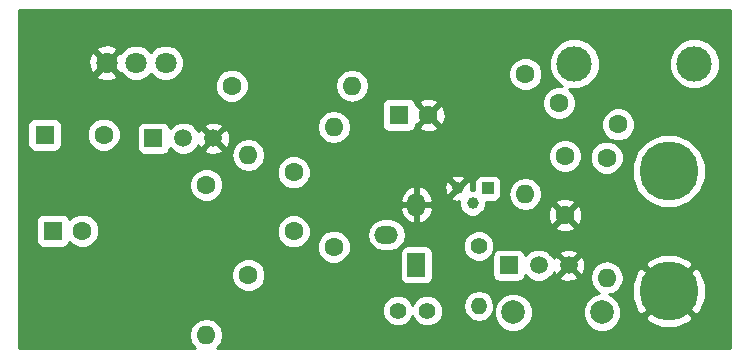
<source format=gbr>
G04 #@! TF.FileFunction,Copper,L2,Bot,Signal*
%FSLAX46Y46*%
G04 Gerber Fmt 4.6, Leading zero omitted, Abs format (unit mm)*
G04 Created by KiCad (PCBNEW 4.0.5) date 06/13/17 11:48:23*
%MOMM*%
%LPD*%
G01*
G04 APERTURE LIST*
%ADD10C,0.100000*%
%ADD11C,1.000000*%
%ADD12R,1.000000X1.000000*%
%ADD13C,1.600000*%
%ADD14O,1.600000X1.600000*%
%ADD15R,1.600000X1.600000*%
%ADD16C,5.001260*%
%ADD17C,1.400000*%
%ADD18C,2.000000*%
%ADD19C,2.999740*%
%ADD20C,1.800000*%
%ADD21O,2.000000X1.500000*%
%ADD22R,1.500000X2.000000*%
%ADD23O,1.500000X2.000000*%
%ADD24C,1.520000*%
%ADD25R,1.520000X1.520000*%
%ADD26O,1.400000X1.400000*%
%ADD27C,0.254000*%
G04 APERTURE END LIST*
D10*
D11*
X119689880Y-106359960D03*
X118419880Y-105089960D03*
D12*
X120959880Y-105089960D03*
D13*
X97109280Y-104825800D03*
D14*
X97109280Y-117525800D03*
D15*
X83427560Y-100563680D03*
D13*
X88427560Y-100563680D03*
D15*
X84119080Y-108691680D03*
D13*
X86619080Y-108691680D03*
X127487680Y-102372160D03*
X127487680Y-107372160D03*
D16*
X136281160Y-103642160D03*
X136281160Y-113802160D03*
D13*
X104526080Y-103757720D03*
X104526080Y-108757720D03*
D17*
X115829720Y-115458240D03*
X113329720Y-115458240D03*
D18*
X123116960Y-115610640D03*
X130616960Y-115610640D03*
D15*
X113431320Y-98882200D03*
D13*
X115931320Y-98882200D03*
X126989840Y-97881440D03*
X131989840Y-99681440D03*
X100675440Y-112445800D03*
D14*
X100675440Y-102285800D03*
D13*
X107924600Y-110063280D03*
D14*
X107924600Y-99903280D03*
D13*
X99288600Y-96418400D03*
D14*
X109448600Y-96418400D03*
D13*
X124129800Y-95432880D03*
D14*
X124129800Y-105592880D03*
D13*
X131023360Y-102509320D03*
D14*
X131023360Y-112669320D03*
D19*
X138440160Y-94554040D03*
X128280160Y-94554040D03*
D20*
X88675200Y-94477840D03*
X91175200Y-94477840D03*
X93675200Y-94477840D03*
D21*
X112374680Y-109047280D03*
D22*
X114914680Y-111587280D03*
D23*
X114914680Y-106507280D03*
D24*
X125262640Y-111617760D03*
X127802640Y-111617760D03*
D25*
X122722640Y-111617760D03*
D24*
X95168720Y-100863400D03*
X97708720Y-100863400D03*
D25*
X92628720Y-100863400D03*
D17*
X120187720Y-109987080D03*
D26*
X120187720Y-115067080D03*
D27*
G36*
X141433480Y-118624280D02*
X98040664Y-118624280D01*
X98123978Y-118568611D01*
X98435047Y-118103064D01*
X98544280Y-117553913D01*
X98544280Y-117497687D01*
X98435047Y-116948536D01*
X98123978Y-116482989D01*
X97658431Y-116171920D01*
X97109280Y-116062687D01*
X96560129Y-116171920D01*
X96094582Y-116482989D01*
X95783513Y-116948536D01*
X95674280Y-117497687D01*
X95674280Y-117553913D01*
X95783513Y-118103064D01*
X96094582Y-118568611D01*
X96177896Y-118624280D01*
X81294040Y-118624280D01*
X81294040Y-115722623D01*
X111994489Y-115722623D01*
X112197302Y-116213469D01*
X112572516Y-116589338D01*
X113063007Y-116793008D01*
X113594103Y-116793471D01*
X114084949Y-116590658D01*
X114460818Y-116215444D01*
X114579761Y-115928998D01*
X114697302Y-116213469D01*
X115072516Y-116589338D01*
X115563007Y-116793008D01*
X116094103Y-116793471D01*
X116584949Y-116590658D01*
X116960818Y-116215444D01*
X117164488Y-115724953D01*
X117164951Y-115193857D01*
X117101762Y-115040926D01*
X118852720Y-115040926D01*
X118852720Y-115093234D01*
X118954341Y-115604116D01*
X119243732Y-116037222D01*
X119676838Y-116326613D01*
X120187720Y-116428234D01*
X120698602Y-116326613D01*
X121131708Y-116037222D01*
X121421099Y-115604116D01*
X121482233Y-115296776D01*
X121481676Y-115934435D01*
X121730066Y-116535583D01*
X122189597Y-116995918D01*
X122790312Y-117245356D01*
X123440755Y-117245924D01*
X124041903Y-116997534D01*
X124502238Y-116538003D01*
X124751676Y-115937288D01*
X124751678Y-115934435D01*
X128981676Y-115934435D01*
X129230066Y-116535583D01*
X129689597Y-116995918D01*
X130290312Y-117245356D01*
X130940755Y-117245924D01*
X131541903Y-116997534D01*
X132002238Y-116538003D01*
X132209650Y-116038496D01*
X134224430Y-116038496D01*
X134506202Y-116461244D01*
X135658901Y-116938080D01*
X136906332Y-116937500D01*
X138056118Y-116461244D01*
X138337890Y-116038496D01*
X136281160Y-113981765D01*
X134224430Y-116038496D01*
X132209650Y-116038496D01*
X132251676Y-115937288D01*
X132252244Y-115286845D01*
X132003854Y-114685697D01*
X131544323Y-114225362D01*
X131224278Y-114092468D01*
X131572511Y-114023200D01*
X132038058Y-113712131D01*
X132349127Y-113246584D01*
X132362391Y-113179901D01*
X133145240Y-113179901D01*
X133145820Y-114427332D01*
X133622076Y-115577118D01*
X134044824Y-115858890D01*
X136101555Y-113802160D01*
X136460765Y-113802160D01*
X138517496Y-115858890D01*
X138940244Y-115577118D01*
X139417080Y-114424419D01*
X139416500Y-113176988D01*
X138940244Y-112027202D01*
X138517496Y-111745430D01*
X136460765Y-113802160D01*
X136101555Y-113802160D01*
X134044824Y-111745430D01*
X133622076Y-112027202D01*
X133145240Y-113179901D01*
X132362391Y-113179901D01*
X132458360Y-112697433D01*
X132458360Y-112641207D01*
X132349127Y-112092056D01*
X132038058Y-111626509D01*
X131947237Y-111565824D01*
X134224430Y-111565824D01*
X136281160Y-113622555D01*
X138337890Y-111565824D01*
X138056118Y-111143076D01*
X136903419Y-110666240D01*
X135655988Y-110666820D01*
X134506202Y-111143076D01*
X134224430Y-111565824D01*
X131947237Y-111565824D01*
X131572511Y-111315440D01*
X131023360Y-111206207D01*
X130474209Y-111315440D01*
X130008662Y-111626509D01*
X129697593Y-112092056D01*
X129588360Y-112641207D01*
X129588360Y-112697433D01*
X129697593Y-113246584D01*
X130008662Y-113712131D01*
X130402749Y-113975452D01*
X130293165Y-113975356D01*
X129692017Y-114223746D01*
X129231682Y-114683277D01*
X128982244Y-115283992D01*
X128981676Y-115934435D01*
X124751678Y-115934435D01*
X124752244Y-115286845D01*
X124503854Y-114685697D01*
X124044323Y-114225362D01*
X123443608Y-113975924D01*
X122793165Y-113975356D01*
X122192017Y-114223746D01*
X121731682Y-114683277D01*
X121487104Y-115272288D01*
X121522720Y-115093234D01*
X121522720Y-115040926D01*
X121421099Y-114530044D01*
X121131708Y-114096938D01*
X120698602Y-113807547D01*
X120187720Y-113705926D01*
X119676838Y-113807547D01*
X119243732Y-114096938D01*
X118954341Y-114530044D01*
X118852720Y-115040926D01*
X117101762Y-115040926D01*
X116962138Y-114703011D01*
X116586924Y-114327142D01*
X116096433Y-114123472D01*
X115565337Y-114123009D01*
X115074491Y-114325822D01*
X114698622Y-114701036D01*
X114579679Y-114987482D01*
X114462138Y-114703011D01*
X114086924Y-114327142D01*
X113596433Y-114123472D01*
X113065337Y-114123009D01*
X112574491Y-114325822D01*
X112198622Y-114701036D01*
X111994952Y-115191527D01*
X111994489Y-115722623D01*
X81294040Y-115722623D01*
X81294040Y-112729987D01*
X99240192Y-112729987D01*
X99458197Y-113257600D01*
X99861517Y-113661624D01*
X100388749Y-113880550D01*
X100959627Y-113881048D01*
X101487240Y-113663043D01*
X101891264Y-113259723D01*
X102110190Y-112732491D01*
X102110688Y-112161613D01*
X101892683Y-111634000D01*
X101489363Y-111229976D01*
X100962131Y-111011050D01*
X100391253Y-111010552D01*
X99863640Y-111228557D01*
X99459616Y-111631877D01*
X99240690Y-112159109D01*
X99240192Y-112729987D01*
X81294040Y-112729987D01*
X81294040Y-110347467D01*
X106489352Y-110347467D01*
X106707357Y-110875080D01*
X107110677Y-111279104D01*
X107637909Y-111498030D01*
X108208787Y-111498528D01*
X108736400Y-111280523D01*
X109140424Y-110877203D01*
X109260810Y-110587280D01*
X113517240Y-110587280D01*
X113517240Y-112587280D01*
X113561518Y-112822597D01*
X113700590Y-113038721D01*
X113912790Y-113183711D01*
X114164680Y-113234720D01*
X115664680Y-113234720D01*
X115899997Y-113190442D01*
X116116121Y-113051370D01*
X116261111Y-112839170D01*
X116312120Y-112587280D01*
X116312120Y-110587280D01*
X116267842Y-110351963D01*
X116203173Y-110251463D01*
X118852489Y-110251463D01*
X119055302Y-110742309D01*
X119430516Y-111118178D01*
X119921007Y-111321848D01*
X120452103Y-111322311D01*
X120942949Y-111119498D01*
X121318818Y-110744284D01*
X121356610Y-110653271D01*
X121315200Y-110857760D01*
X121315200Y-112377760D01*
X121359478Y-112613077D01*
X121498550Y-112829201D01*
X121710750Y-112974191D01*
X121962640Y-113025200D01*
X123482640Y-113025200D01*
X123717957Y-112980922D01*
X123934081Y-112841850D01*
X124079071Y-112629650D01*
X124116609Y-112444280D01*
X124471404Y-112799694D01*
X124983940Y-113012518D01*
X125538905Y-113013002D01*
X126051812Y-112801073D01*
X126256718Y-112596524D01*
X127003481Y-112596524D01*
X127072699Y-112838502D01*
X127595420Y-113024915D01*
X128149689Y-112997101D01*
X128532581Y-112838502D01*
X128601799Y-112596524D01*
X127802640Y-111797365D01*
X127003481Y-112596524D01*
X126256718Y-112596524D01*
X126444574Y-112408996D01*
X126526031Y-112212826D01*
X126581898Y-112347701D01*
X126823876Y-112416919D01*
X127623035Y-111617760D01*
X127982245Y-111617760D01*
X128781404Y-112416919D01*
X129023382Y-112347701D01*
X129209795Y-111824980D01*
X129181981Y-111270711D01*
X129023382Y-110887819D01*
X128781404Y-110818601D01*
X127982245Y-111617760D01*
X127623035Y-111617760D01*
X126823876Y-110818601D01*
X126581898Y-110887819D01*
X126530258Y-111032622D01*
X126445953Y-110828588D01*
X126256692Y-110638996D01*
X127003481Y-110638996D01*
X127802640Y-111438155D01*
X128601799Y-110638996D01*
X128532581Y-110397018D01*
X128009860Y-110210605D01*
X127455591Y-110238419D01*
X127072699Y-110397018D01*
X127003481Y-110638996D01*
X126256692Y-110638996D01*
X126053876Y-110435826D01*
X125541340Y-110223002D01*
X124986375Y-110222518D01*
X124473468Y-110434447D01*
X124117324Y-110789970D01*
X124085802Y-110622443D01*
X123946730Y-110406319D01*
X123734530Y-110261329D01*
X123482640Y-110210320D01*
X121962640Y-110210320D01*
X121727323Y-110254598D01*
X121511199Y-110393670D01*
X121391914Y-110568249D01*
X121522488Y-110253793D01*
X121522951Y-109722697D01*
X121320138Y-109231851D01*
X120944924Y-108855982D01*
X120454433Y-108652312D01*
X119923337Y-108651849D01*
X119432491Y-108854662D01*
X119056622Y-109229876D01*
X118852952Y-109720367D01*
X118852489Y-110251463D01*
X116203173Y-110251463D01*
X116128770Y-110135839D01*
X115916570Y-109990849D01*
X115664680Y-109939840D01*
X114164680Y-109939840D01*
X113929363Y-109984118D01*
X113713239Y-110123190D01*
X113568249Y-110335390D01*
X113517240Y-110587280D01*
X109260810Y-110587280D01*
X109359350Y-110349971D01*
X109359848Y-109779093D01*
X109141843Y-109251480D01*
X108937999Y-109047280D01*
X110707648Y-109047280D01*
X110813075Y-109577297D01*
X111113305Y-110026623D01*
X111562631Y-110326853D01*
X112092648Y-110432280D01*
X112656712Y-110432280D01*
X113186729Y-110326853D01*
X113636055Y-110026623D01*
X113936285Y-109577297D01*
X114041712Y-109047280D01*
X113936285Y-108517263D01*
X113844506Y-108379905D01*
X126659541Y-108379905D01*
X126733675Y-108626024D01*
X127270903Y-108819125D01*
X127841134Y-108791938D01*
X128241685Y-108626024D01*
X128315819Y-108379905D01*
X127487680Y-107551765D01*
X126659541Y-108379905D01*
X113844506Y-108379905D01*
X113636055Y-108067937D01*
X113186729Y-107767707D01*
X112656712Y-107662280D01*
X112092648Y-107662280D01*
X111562631Y-107767707D01*
X111113305Y-108067937D01*
X110813075Y-108517263D01*
X110707648Y-109047280D01*
X108937999Y-109047280D01*
X108738523Y-108847456D01*
X108211291Y-108628530D01*
X107640413Y-108628032D01*
X107112800Y-108846037D01*
X106708776Y-109249357D01*
X106489850Y-109776589D01*
X106489352Y-110347467D01*
X81294040Y-110347467D01*
X81294040Y-107891680D01*
X82671640Y-107891680D01*
X82671640Y-109491680D01*
X82715918Y-109726997D01*
X82854990Y-109943121D01*
X83067190Y-110088111D01*
X83319080Y-110139120D01*
X84919080Y-110139120D01*
X85154397Y-110094842D01*
X85370521Y-109955770D01*
X85515511Y-109743570D01*
X85536760Y-109638639D01*
X85805157Y-109907504D01*
X86332389Y-110126430D01*
X86903267Y-110126928D01*
X87430880Y-109908923D01*
X87834904Y-109505603D01*
X88027447Y-109041907D01*
X103090832Y-109041907D01*
X103308837Y-109569520D01*
X103712157Y-109973544D01*
X104239389Y-110192470D01*
X104810267Y-110192968D01*
X105337880Y-109974963D01*
X105741904Y-109571643D01*
X105960830Y-109044411D01*
X105961328Y-108473533D01*
X105743323Y-107945920D01*
X105340003Y-107541896D01*
X104812771Y-107322970D01*
X104241893Y-107322472D01*
X103714280Y-107540477D01*
X103310256Y-107943797D01*
X103091330Y-108471029D01*
X103090832Y-109041907D01*
X88027447Y-109041907D01*
X88053830Y-108978371D01*
X88054328Y-108407493D01*
X87836323Y-107879880D01*
X87433003Y-107475856D01*
X86905771Y-107256930D01*
X86334893Y-107256432D01*
X85807280Y-107474437D01*
X85538497Y-107742752D01*
X85522242Y-107656363D01*
X85383170Y-107440239D01*
X85170970Y-107295249D01*
X84919080Y-107244240D01*
X83319080Y-107244240D01*
X83083763Y-107288518D01*
X82867639Y-107427590D01*
X82722649Y-107639790D01*
X82671640Y-107891680D01*
X81294040Y-107891680D01*
X81294040Y-106853335D01*
X113521941Y-106853335D01*
X113664716Y-107379001D01*
X113997786Y-107810016D01*
X114470445Y-108080761D01*
X114573495Y-108099598D01*
X114787680Y-107976936D01*
X114787680Y-106634280D01*
X115041680Y-106634280D01*
X115041680Y-107976936D01*
X115255865Y-108099598D01*
X115358915Y-108080761D01*
X115831574Y-107810016D01*
X116164644Y-107379001D01*
X116307419Y-106853335D01*
X116146548Y-106634280D01*
X115041680Y-106634280D01*
X114787680Y-106634280D01*
X113682812Y-106634280D01*
X113521941Y-106853335D01*
X81294040Y-106853335D01*
X81294040Y-105109987D01*
X95674032Y-105109987D01*
X95892037Y-105637600D01*
X96295357Y-106041624D01*
X96822589Y-106260550D01*
X97393467Y-106261048D01*
X97635057Y-106161225D01*
X113521941Y-106161225D01*
X113682812Y-106380280D01*
X114787680Y-106380280D01*
X114787680Y-105037624D01*
X115041680Y-105037624D01*
X115041680Y-106380280D01*
X116146548Y-106380280D01*
X116307419Y-106161225D01*
X116231054Y-105880064D01*
X117809381Y-105880064D01*
X117846528Y-106095177D01*
X118274852Y-106238072D01*
X118555003Y-106218233D01*
X118554683Y-106584735D01*
X118727113Y-107002046D01*
X119046115Y-107321605D01*
X119463124Y-107494763D01*
X119914655Y-107495157D01*
X120331966Y-107322727D01*
X120499602Y-107155383D01*
X126040715Y-107155383D01*
X126067902Y-107725614D01*
X126233816Y-108126165D01*
X126479935Y-108200299D01*
X127308075Y-107372160D01*
X127667285Y-107372160D01*
X128495425Y-108200299D01*
X128741544Y-108126165D01*
X128934645Y-107588937D01*
X128907458Y-107018706D01*
X128741544Y-106618155D01*
X128495425Y-106544021D01*
X127667285Y-107372160D01*
X127308075Y-107372160D01*
X126479935Y-106544021D01*
X126233816Y-106618155D01*
X126040715Y-107155383D01*
X120499602Y-107155383D01*
X120651525Y-107003725D01*
X120824683Y-106586716D01*
X120824988Y-106237400D01*
X121459880Y-106237400D01*
X121695197Y-106193122D01*
X121911321Y-106054050D01*
X122056311Y-105841850D01*
X122107320Y-105589960D01*
X122107320Y-105564767D01*
X122694800Y-105564767D01*
X122694800Y-105620993D01*
X122804033Y-106170144D01*
X123115102Y-106635691D01*
X123580649Y-106946760D01*
X124129800Y-107055993D01*
X124678951Y-106946760D01*
X125144498Y-106635691D01*
X125325759Y-106364415D01*
X126659541Y-106364415D01*
X127487680Y-107192555D01*
X128315819Y-106364415D01*
X128241685Y-106118296D01*
X127704457Y-105925195D01*
X127134226Y-105952382D01*
X126733675Y-106118296D01*
X126659541Y-106364415D01*
X125325759Y-106364415D01*
X125455567Y-106170144D01*
X125564800Y-105620993D01*
X125564800Y-105564767D01*
X125455567Y-105015616D01*
X125144498Y-104550069D01*
X124715078Y-104263139D01*
X133144987Y-104263139D01*
X133621352Y-105416031D01*
X134502649Y-106298868D01*
X135654708Y-106777245D01*
X136902139Y-106778333D01*
X138055031Y-106301968D01*
X138937868Y-105420671D01*
X139416245Y-104268612D01*
X139417333Y-103021181D01*
X138940968Y-101868289D01*
X138059671Y-100985452D01*
X136907612Y-100507075D01*
X135660181Y-100505987D01*
X134507289Y-100982352D01*
X133624452Y-101863649D01*
X133146075Y-103015708D01*
X133144987Y-104263139D01*
X124715078Y-104263139D01*
X124678951Y-104239000D01*
X124129800Y-104129767D01*
X123580649Y-104239000D01*
X123115102Y-104550069D01*
X122804033Y-105015616D01*
X122694800Y-105564767D01*
X122107320Y-105564767D01*
X122107320Y-104589960D01*
X122063042Y-104354643D01*
X121923970Y-104138519D01*
X121711770Y-103993529D01*
X121459880Y-103942520D01*
X120459880Y-103942520D01*
X120224563Y-103986798D01*
X120008439Y-104125870D01*
X119863449Y-104338070D01*
X119812440Y-104589960D01*
X119812440Y-105225066D01*
X119567274Y-105224852D01*
X119536097Y-104784585D01*
X119425097Y-104516608D01*
X119209984Y-104479461D01*
X118599485Y-105089960D01*
X118613628Y-105104103D01*
X118434023Y-105283708D01*
X118419880Y-105269565D01*
X117809381Y-105880064D01*
X116231054Y-105880064D01*
X116164644Y-105635559D01*
X115831574Y-105204544D01*
X115378351Y-104944932D01*
X117271768Y-104944932D01*
X117303663Y-105395335D01*
X117414663Y-105663312D01*
X117629776Y-105700459D01*
X118240275Y-105089960D01*
X117629776Y-104479461D01*
X117414663Y-104516608D01*
X117271768Y-104944932D01*
X115378351Y-104944932D01*
X115358915Y-104933799D01*
X115255865Y-104914962D01*
X115041680Y-105037624D01*
X114787680Y-105037624D01*
X114573495Y-104914962D01*
X114470445Y-104933799D01*
X113997786Y-105204544D01*
X113664716Y-105635559D01*
X113521941Y-106161225D01*
X97635057Y-106161225D01*
X97921080Y-106043043D01*
X98325104Y-105639723D01*
X98544030Y-105112491D01*
X98544528Y-104541613D01*
X98338054Y-104041907D01*
X103090832Y-104041907D01*
X103308837Y-104569520D01*
X103712157Y-104973544D01*
X104239389Y-105192470D01*
X104810267Y-105192968D01*
X105337880Y-104974963D01*
X105741904Y-104571643D01*
X105854759Y-104299856D01*
X117809381Y-104299856D01*
X118419880Y-104910355D01*
X119030379Y-104299856D01*
X118993232Y-104084743D01*
X118564908Y-103941848D01*
X118114505Y-103973743D01*
X117846528Y-104084743D01*
X117809381Y-104299856D01*
X105854759Y-104299856D01*
X105960830Y-104044411D01*
X105961328Y-103473533D01*
X105743323Y-102945920D01*
X105454255Y-102656347D01*
X126052432Y-102656347D01*
X126270437Y-103183960D01*
X126673757Y-103587984D01*
X127200989Y-103806910D01*
X127771867Y-103807408D01*
X128299480Y-103589403D01*
X128703504Y-103186083D01*
X128866515Y-102793507D01*
X129588112Y-102793507D01*
X129806117Y-103321120D01*
X130209437Y-103725144D01*
X130736669Y-103944070D01*
X131307547Y-103944568D01*
X131835160Y-103726563D01*
X132239184Y-103323243D01*
X132458110Y-102796011D01*
X132458608Y-102225133D01*
X132240603Y-101697520D01*
X131837283Y-101293496D01*
X131310051Y-101074570D01*
X130739173Y-101074072D01*
X130211560Y-101292077D01*
X129807536Y-101695397D01*
X129588610Y-102222629D01*
X129588112Y-102793507D01*
X128866515Y-102793507D01*
X128922430Y-102658851D01*
X128922928Y-102087973D01*
X128704923Y-101560360D01*
X128301603Y-101156336D01*
X127774371Y-100937410D01*
X127203493Y-100936912D01*
X126675880Y-101154917D01*
X126271856Y-101558237D01*
X126052930Y-102085469D01*
X126052432Y-102656347D01*
X105454255Y-102656347D01*
X105340003Y-102541896D01*
X104812771Y-102322970D01*
X104241893Y-102322472D01*
X103714280Y-102540477D01*
X103310256Y-102943797D01*
X103091330Y-103471029D01*
X103090832Y-104041907D01*
X98338054Y-104041907D01*
X98326523Y-104014000D01*
X97923203Y-103609976D01*
X97395971Y-103391050D01*
X96825093Y-103390552D01*
X96297480Y-103608557D01*
X95893456Y-104011877D01*
X95674530Y-104539109D01*
X95674032Y-105109987D01*
X81294040Y-105109987D01*
X81294040Y-99763680D01*
X81980120Y-99763680D01*
X81980120Y-101363680D01*
X82024398Y-101598997D01*
X82163470Y-101815121D01*
X82375670Y-101960111D01*
X82627560Y-102011120D01*
X84227560Y-102011120D01*
X84462877Y-101966842D01*
X84679001Y-101827770D01*
X84823991Y-101615570D01*
X84875000Y-101363680D01*
X84875000Y-100847867D01*
X86992312Y-100847867D01*
X87210317Y-101375480D01*
X87613637Y-101779504D01*
X88140869Y-101998430D01*
X88711747Y-101998928D01*
X89239360Y-101780923D01*
X89643384Y-101377603D01*
X89862310Y-100850371D01*
X89862808Y-100279493D01*
X89790048Y-100103400D01*
X91221280Y-100103400D01*
X91221280Y-101623400D01*
X91265558Y-101858717D01*
X91404630Y-102074841D01*
X91616830Y-102219831D01*
X91868720Y-102270840D01*
X93388720Y-102270840D01*
X93624037Y-102226562D01*
X93840161Y-102087490D01*
X93985151Y-101875290D01*
X94022689Y-101689920D01*
X94377484Y-102045334D01*
X94890020Y-102258158D01*
X95444985Y-102258642D01*
X95957892Y-102046713D01*
X96162798Y-101842164D01*
X96909561Y-101842164D01*
X96978779Y-102084142D01*
X97501500Y-102270555D01*
X97757929Y-102257687D01*
X99240440Y-102257687D01*
X99240440Y-102313913D01*
X99349673Y-102863064D01*
X99660742Y-103328611D01*
X100126289Y-103639680D01*
X100675440Y-103748913D01*
X101224591Y-103639680D01*
X101690138Y-103328611D01*
X102001207Y-102863064D01*
X102110440Y-102313913D01*
X102110440Y-102257687D01*
X102001207Y-101708536D01*
X101690138Y-101242989D01*
X101224591Y-100931920D01*
X100675440Y-100822687D01*
X100126289Y-100931920D01*
X99660742Y-101242989D01*
X99349673Y-101708536D01*
X99240440Y-102257687D01*
X97757929Y-102257687D01*
X98055769Y-102242741D01*
X98438661Y-102084142D01*
X98507879Y-101842164D01*
X97708720Y-101043005D01*
X96909561Y-101842164D01*
X96162798Y-101842164D01*
X96350654Y-101654636D01*
X96432111Y-101458466D01*
X96487978Y-101593341D01*
X96729956Y-101662559D01*
X97529115Y-100863400D01*
X97888325Y-100863400D01*
X98687484Y-101662559D01*
X98929462Y-101593341D01*
X99115875Y-101070620D01*
X99088061Y-100516351D01*
X98929462Y-100133459D01*
X98687484Y-100064241D01*
X97888325Y-100863400D01*
X97529115Y-100863400D01*
X96729956Y-100064241D01*
X96487978Y-100133459D01*
X96436338Y-100278262D01*
X96352033Y-100074228D01*
X96162772Y-99884636D01*
X96909561Y-99884636D01*
X97708720Y-100683795D01*
X98507879Y-99884636D01*
X98505171Y-99875167D01*
X106489600Y-99875167D01*
X106489600Y-99931393D01*
X106598833Y-100480544D01*
X106909902Y-100946091D01*
X107375449Y-101257160D01*
X107924600Y-101366393D01*
X108473751Y-101257160D01*
X108939298Y-100946091D01*
X109250367Y-100480544D01*
X109359600Y-99931393D01*
X109359600Y-99875167D01*
X109250367Y-99326016D01*
X108939298Y-98860469D01*
X108473751Y-98549400D01*
X107924600Y-98440167D01*
X107375449Y-98549400D01*
X106909902Y-98860469D01*
X106598833Y-99326016D01*
X106489600Y-99875167D01*
X98505171Y-99875167D01*
X98438661Y-99642658D01*
X97915940Y-99456245D01*
X97361671Y-99484059D01*
X96978779Y-99642658D01*
X96909561Y-99884636D01*
X96162772Y-99884636D01*
X95959956Y-99681466D01*
X95447420Y-99468642D01*
X94892455Y-99468158D01*
X94379548Y-99680087D01*
X94023404Y-100035610D01*
X93991882Y-99868083D01*
X93852810Y-99651959D01*
X93640610Y-99506969D01*
X93388720Y-99455960D01*
X91868720Y-99455960D01*
X91633403Y-99500238D01*
X91417279Y-99639310D01*
X91272289Y-99851510D01*
X91221280Y-100103400D01*
X89790048Y-100103400D01*
X89644803Y-99751880D01*
X89241483Y-99347856D01*
X88714251Y-99128930D01*
X88143373Y-99128432D01*
X87615760Y-99346437D01*
X87211736Y-99749757D01*
X86992810Y-100276989D01*
X86992312Y-100847867D01*
X84875000Y-100847867D01*
X84875000Y-99763680D01*
X84830722Y-99528363D01*
X84691650Y-99312239D01*
X84479450Y-99167249D01*
X84227560Y-99116240D01*
X82627560Y-99116240D01*
X82392243Y-99160518D01*
X82176119Y-99299590D01*
X82031129Y-99511790D01*
X81980120Y-99763680D01*
X81294040Y-99763680D01*
X81294040Y-98082200D01*
X111983880Y-98082200D01*
X111983880Y-99682200D01*
X112028158Y-99917517D01*
X112167230Y-100133641D01*
X112379430Y-100278631D01*
X112631320Y-100329640D01*
X114231320Y-100329640D01*
X114466637Y-100285362D01*
X114682761Y-100146290D01*
X114827751Y-99934090D01*
X114836690Y-99889945D01*
X115103181Y-99889945D01*
X115177315Y-100136064D01*
X115714543Y-100329165D01*
X116284774Y-100301978D01*
X116685325Y-100136064D01*
X116736662Y-99965627D01*
X130554592Y-99965627D01*
X130772597Y-100493240D01*
X131175917Y-100897264D01*
X131703149Y-101116190D01*
X132274027Y-101116688D01*
X132801640Y-100898683D01*
X133205664Y-100495363D01*
X133424590Y-99968131D01*
X133425088Y-99397253D01*
X133207083Y-98869640D01*
X132803763Y-98465616D01*
X132276531Y-98246690D01*
X131705653Y-98246192D01*
X131178040Y-98464197D01*
X130774016Y-98867517D01*
X130555090Y-99394749D01*
X130554592Y-99965627D01*
X116736662Y-99965627D01*
X116759459Y-99889945D01*
X115931320Y-99061805D01*
X115103181Y-99889945D01*
X114836690Y-99889945D01*
X114875966Y-99695999D01*
X114923575Y-99710339D01*
X115751715Y-98882200D01*
X116110925Y-98882200D01*
X116939065Y-99710339D01*
X117185184Y-99636205D01*
X117378285Y-99098977D01*
X117351098Y-98528746D01*
X117200689Y-98165627D01*
X125554592Y-98165627D01*
X125772597Y-98693240D01*
X126175917Y-99097264D01*
X126703149Y-99316190D01*
X127274027Y-99316688D01*
X127801640Y-99098683D01*
X128205664Y-98695363D01*
X128424590Y-98168131D01*
X128425088Y-97597253D01*
X128207083Y-97069640D01*
X127807531Y-96669391D01*
X127853645Y-96688539D01*
X128702949Y-96689280D01*
X129487887Y-96364950D01*
X130088960Y-95764926D01*
X130414659Y-94980555D01*
X130414662Y-94976829D01*
X136304920Y-94976829D01*
X136629250Y-95761767D01*
X137229274Y-96362840D01*
X138013645Y-96688539D01*
X138862949Y-96689280D01*
X139647887Y-96364950D01*
X140248960Y-95764926D01*
X140574659Y-94980555D01*
X140575400Y-94131251D01*
X140251070Y-93346313D01*
X139651046Y-92745240D01*
X138866675Y-92419541D01*
X138017371Y-92418800D01*
X137232433Y-92743130D01*
X136631360Y-93343154D01*
X136305661Y-94127525D01*
X136304920Y-94976829D01*
X130414662Y-94976829D01*
X130415400Y-94131251D01*
X130091070Y-93346313D01*
X129491046Y-92745240D01*
X128706675Y-92419541D01*
X127857371Y-92418800D01*
X127072433Y-92743130D01*
X126471360Y-93343154D01*
X126145661Y-94127525D01*
X126144920Y-94976829D01*
X126469250Y-95761767D01*
X127069274Y-96362840D01*
X127271196Y-96446685D01*
X126705653Y-96446192D01*
X126178040Y-96664197D01*
X125774016Y-97067517D01*
X125555090Y-97594749D01*
X125554592Y-98165627D01*
X117200689Y-98165627D01*
X117185184Y-98128195D01*
X116939065Y-98054061D01*
X116110925Y-98882200D01*
X115751715Y-98882200D01*
X114923575Y-98054061D01*
X114876153Y-98068345D01*
X114839671Y-97874455D01*
X115103181Y-97874455D01*
X115931320Y-98702595D01*
X116759459Y-97874455D01*
X116685325Y-97628336D01*
X116148097Y-97435235D01*
X115577866Y-97462422D01*
X115177315Y-97628336D01*
X115103181Y-97874455D01*
X114839671Y-97874455D01*
X114834482Y-97846883D01*
X114695410Y-97630759D01*
X114483210Y-97485769D01*
X114231320Y-97434760D01*
X112631320Y-97434760D01*
X112396003Y-97479038D01*
X112179879Y-97618110D01*
X112034889Y-97830310D01*
X111983880Y-98082200D01*
X81294040Y-98082200D01*
X81294040Y-96702587D01*
X97853352Y-96702587D01*
X98071357Y-97230200D01*
X98474677Y-97634224D01*
X99001909Y-97853150D01*
X99572787Y-97853648D01*
X100100400Y-97635643D01*
X100504424Y-97232323D01*
X100723350Y-96705091D01*
X100723600Y-96418400D01*
X107985487Y-96418400D01*
X108094720Y-96967551D01*
X108405789Y-97433098D01*
X108871336Y-97744167D01*
X109420487Y-97853400D01*
X109476713Y-97853400D01*
X110025864Y-97744167D01*
X110491411Y-97433098D01*
X110802480Y-96967551D01*
X110911713Y-96418400D01*
X110802480Y-95869249D01*
X110700796Y-95717067D01*
X122694552Y-95717067D01*
X122912557Y-96244680D01*
X123315877Y-96648704D01*
X123843109Y-96867630D01*
X124413987Y-96868128D01*
X124941600Y-96650123D01*
X125345624Y-96246803D01*
X125564550Y-95719571D01*
X125565048Y-95148693D01*
X125347043Y-94621080D01*
X124943723Y-94217056D01*
X124416491Y-93998130D01*
X123845613Y-93997632D01*
X123318000Y-94215637D01*
X122913976Y-94618957D01*
X122695050Y-95146189D01*
X122694552Y-95717067D01*
X110700796Y-95717067D01*
X110491411Y-95403702D01*
X110025864Y-95092633D01*
X109476713Y-94983400D01*
X109420487Y-94983400D01*
X108871336Y-95092633D01*
X108405789Y-95403702D01*
X108094720Y-95869249D01*
X107985487Y-96418400D01*
X100723600Y-96418400D01*
X100723848Y-96134213D01*
X100505843Y-95606600D01*
X100102523Y-95202576D01*
X99575291Y-94983650D01*
X99004413Y-94983152D01*
X98476800Y-95201157D01*
X98072776Y-95604477D01*
X97853850Y-96131709D01*
X97853352Y-96702587D01*
X81294040Y-96702587D01*
X81294040Y-95557999D01*
X87774646Y-95557999D01*
X87861052Y-95814483D01*
X88434536Y-96024298D01*
X89044660Y-95998679D01*
X89489348Y-95814483D01*
X89575754Y-95557999D01*
X88675200Y-94657445D01*
X87774646Y-95557999D01*
X81294040Y-95557999D01*
X81294040Y-94237176D01*
X87128742Y-94237176D01*
X87154361Y-94847300D01*
X87338557Y-95291988D01*
X87595041Y-95378394D01*
X88495595Y-94477840D01*
X88854805Y-94477840D01*
X89755359Y-95378394D01*
X89870414Y-95339633D01*
X89873132Y-95346211D01*
X90304557Y-95778391D01*
X90868530Y-96012573D01*
X91479191Y-96013105D01*
X92043571Y-95779908D01*
X92425488Y-95398658D01*
X92804557Y-95778391D01*
X93368530Y-96012573D01*
X93979191Y-96013105D01*
X94543571Y-95779908D01*
X94975751Y-95348483D01*
X95209933Y-94784510D01*
X95210465Y-94173849D01*
X94977268Y-93609469D01*
X94545843Y-93177289D01*
X93981870Y-92943107D01*
X93371209Y-92942575D01*
X92806829Y-93175772D01*
X92424912Y-93557022D01*
X92045843Y-93177289D01*
X91481870Y-92943107D01*
X90871209Y-92942575D01*
X90306829Y-93175772D01*
X89874649Y-93607197D01*
X89870906Y-93616212D01*
X89755359Y-93577286D01*
X88854805Y-94477840D01*
X88495595Y-94477840D01*
X87595041Y-93577286D01*
X87338557Y-93663692D01*
X87128742Y-94237176D01*
X81294040Y-94237176D01*
X81294040Y-93397681D01*
X87774646Y-93397681D01*
X88675200Y-94298235D01*
X89575754Y-93397681D01*
X89489348Y-93141197D01*
X88915864Y-92931382D01*
X88305740Y-92957001D01*
X87861052Y-93141197D01*
X87774646Y-93397681D01*
X81294040Y-93397681D01*
X81294040Y-89990824D01*
X141433480Y-89975937D01*
X141433480Y-118624280D01*
X141433480Y-118624280D01*
G37*
X141433480Y-118624280D02*
X98040664Y-118624280D01*
X98123978Y-118568611D01*
X98435047Y-118103064D01*
X98544280Y-117553913D01*
X98544280Y-117497687D01*
X98435047Y-116948536D01*
X98123978Y-116482989D01*
X97658431Y-116171920D01*
X97109280Y-116062687D01*
X96560129Y-116171920D01*
X96094582Y-116482989D01*
X95783513Y-116948536D01*
X95674280Y-117497687D01*
X95674280Y-117553913D01*
X95783513Y-118103064D01*
X96094582Y-118568611D01*
X96177896Y-118624280D01*
X81294040Y-118624280D01*
X81294040Y-115722623D01*
X111994489Y-115722623D01*
X112197302Y-116213469D01*
X112572516Y-116589338D01*
X113063007Y-116793008D01*
X113594103Y-116793471D01*
X114084949Y-116590658D01*
X114460818Y-116215444D01*
X114579761Y-115928998D01*
X114697302Y-116213469D01*
X115072516Y-116589338D01*
X115563007Y-116793008D01*
X116094103Y-116793471D01*
X116584949Y-116590658D01*
X116960818Y-116215444D01*
X117164488Y-115724953D01*
X117164951Y-115193857D01*
X117101762Y-115040926D01*
X118852720Y-115040926D01*
X118852720Y-115093234D01*
X118954341Y-115604116D01*
X119243732Y-116037222D01*
X119676838Y-116326613D01*
X120187720Y-116428234D01*
X120698602Y-116326613D01*
X121131708Y-116037222D01*
X121421099Y-115604116D01*
X121482233Y-115296776D01*
X121481676Y-115934435D01*
X121730066Y-116535583D01*
X122189597Y-116995918D01*
X122790312Y-117245356D01*
X123440755Y-117245924D01*
X124041903Y-116997534D01*
X124502238Y-116538003D01*
X124751676Y-115937288D01*
X124751678Y-115934435D01*
X128981676Y-115934435D01*
X129230066Y-116535583D01*
X129689597Y-116995918D01*
X130290312Y-117245356D01*
X130940755Y-117245924D01*
X131541903Y-116997534D01*
X132002238Y-116538003D01*
X132209650Y-116038496D01*
X134224430Y-116038496D01*
X134506202Y-116461244D01*
X135658901Y-116938080D01*
X136906332Y-116937500D01*
X138056118Y-116461244D01*
X138337890Y-116038496D01*
X136281160Y-113981765D01*
X134224430Y-116038496D01*
X132209650Y-116038496D01*
X132251676Y-115937288D01*
X132252244Y-115286845D01*
X132003854Y-114685697D01*
X131544323Y-114225362D01*
X131224278Y-114092468D01*
X131572511Y-114023200D01*
X132038058Y-113712131D01*
X132349127Y-113246584D01*
X132362391Y-113179901D01*
X133145240Y-113179901D01*
X133145820Y-114427332D01*
X133622076Y-115577118D01*
X134044824Y-115858890D01*
X136101555Y-113802160D01*
X136460765Y-113802160D01*
X138517496Y-115858890D01*
X138940244Y-115577118D01*
X139417080Y-114424419D01*
X139416500Y-113176988D01*
X138940244Y-112027202D01*
X138517496Y-111745430D01*
X136460765Y-113802160D01*
X136101555Y-113802160D01*
X134044824Y-111745430D01*
X133622076Y-112027202D01*
X133145240Y-113179901D01*
X132362391Y-113179901D01*
X132458360Y-112697433D01*
X132458360Y-112641207D01*
X132349127Y-112092056D01*
X132038058Y-111626509D01*
X131947237Y-111565824D01*
X134224430Y-111565824D01*
X136281160Y-113622555D01*
X138337890Y-111565824D01*
X138056118Y-111143076D01*
X136903419Y-110666240D01*
X135655988Y-110666820D01*
X134506202Y-111143076D01*
X134224430Y-111565824D01*
X131947237Y-111565824D01*
X131572511Y-111315440D01*
X131023360Y-111206207D01*
X130474209Y-111315440D01*
X130008662Y-111626509D01*
X129697593Y-112092056D01*
X129588360Y-112641207D01*
X129588360Y-112697433D01*
X129697593Y-113246584D01*
X130008662Y-113712131D01*
X130402749Y-113975452D01*
X130293165Y-113975356D01*
X129692017Y-114223746D01*
X129231682Y-114683277D01*
X128982244Y-115283992D01*
X128981676Y-115934435D01*
X124751678Y-115934435D01*
X124752244Y-115286845D01*
X124503854Y-114685697D01*
X124044323Y-114225362D01*
X123443608Y-113975924D01*
X122793165Y-113975356D01*
X122192017Y-114223746D01*
X121731682Y-114683277D01*
X121487104Y-115272288D01*
X121522720Y-115093234D01*
X121522720Y-115040926D01*
X121421099Y-114530044D01*
X121131708Y-114096938D01*
X120698602Y-113807547D01*
X120187720Y-113705926D01*
X119676838Y-113807547D01*
X119243732Y-114096938D01*
X118954341Y-114530044D01*
X118852720Y-115040926D01*
X117101762Y-115040926D01*
X116962138Y-114703011D01*
X116586924Y-114327142D01*
X116096433Y-114123472D01*
X115565337Y-114123009D01*
X115074491Y-114325822D01*
X114698622Y-114701036D01*
X114579679Y-114987482D01*
X114462138Y-114703011D01*
X114086924Y-114327142D01*
X113596433Y-114123472D01*
X113065337Y-114123009D01*
X112574491Y-114325822D01*
X112198622Y-114701036D01*
X111994952Y-115191527D01*
X111994489Y-115722623D01*
X81294040Y-115722623D01*
X81294040Y-112729987D01*
X99240192Y-112729987D01*
X99458197Y-113257600D01*
X99861517Y-113661624D01*
X100388749Y-113880550D01*
X100959627Y-113881048D01*
X101487240Y-113663043D01*
X101891264Y-113259723D01*
X102110190Y-112732491D01*
X102110688Y-112161613D01*
X101892683Y-111634000D01*
X101489363Y-111229976D01*
X100962131Y-111011050D01*
X100391253Y-111010552D01*
X99863640Y-111228557D01*
X99459616Y-111631877D01*
X99240690Y-112159109D01*
X99240192Y-112729987D01*
X81294040Y-112729987D01*
X81294040Y-110347467D01*
X106489352Y-110347467D01*
X106707357Y-110875080D01*
X107110677Y-111279104D01*
X107637909Y-111498030D01*
X108208787Y-111498528D01*
X108736400Y-111280523D01*
X109140424Y-110877203D01*
X109260810Y-110587280D01*
X113517240Y-110587280D01*
X113517240Y-112587280D01*
X113561518Y-112822597D01*
X113700590Y-113038721D01*
X113912790Y-113183711D01*
X114164680Y-113234720D01*
X115664680Y-113234720D01*
X115899997Y-113190442D01*
X116116121Y-113051370D01*
X116261111Y-112839170D01*
X116312120Y-112587280D01*
X116312120Y-110587280D01*
X116267842Y-110351963D01*
X116203173Y-110251463D01*
X118852489Y-110251463D01*
X119055302Y-110742309D01*
X119430516Y-111118178D01*
X119921007Y-111321848D01*
X120452103Y-111322311D01*
X120942949Y-111119498D01*
X121318818Y-110744284D01*
X121356610Y-110653271D01*
X121315200Y-110857760D01*
X121315200Y-112377760D01*
X121359478Y-112613077D01*
X121498550Y-112829201D01*
X121710750Y-112974191D01*
X121962640Y-113025200D01*
X123482640Y-113025200D01*
X123717957Y-112980922D01*
X123934081Y-112841850D01*
X124079071Y-112629650D01*
X124116609Y-112444280D01*
X124471404Y-112799694D01*
X124983940Y-113012518D01*
X125538905Y-113013002D01*
X126051812Y-112801073D01*
X126256718Y-112596524D01*
X127003481Y-112596524D01*
X127072699Y-112838502D01*
X127595420Y-113024915D01*
X128149689Y-112997101D01*
X128532581Y-112838502D01*
X128601799Y-112596524D01*
X127802640Y-111797365D01*
X127003481Y-112596524D01*
X126256718Y-112596524D01*
X126444574Y-112408996D01*
X126526031Y-112212826D01*
X126581898Y-112347701D01*
X126823876Y-112416919D01*
X127623035Y-111617760D01*
X127982245Y-111617760D01*
X128781404Y-112416919D01*
X129023382Y-112347701D01*
X129209795Y-111824980D01*
X129181981Y-111270711D01*
X129023382Y-110887819D01*
X128781404Y-110818601D01*
X127982245Y-111617760D01*
X127623035Y-111617760D01*
X126823876Y-110818601D01*
X126581898Y-110887819D01*
X126530258Y-111032622D01*
X126445953Y-110828588D01*
X126256692Y-110638996D01*
X127003481Y-110638996D01*
X127802640Y-111438155D01*
X128601799Y-110638996D01*
X128532581Y-110397018D01*
X128009860Y-110210605D01*
X127455591Y-110238419D01*
X127072699Y-110397018D01*
X127003481Y-110638996D01*
X126256692Y-110638996D01*
X126053876Y-110435826D01*
X125541340Y-110223002D01*
X124986375Y-110222518D01*
X124473468Y-110434447D01*
X124117324Y-110789970D01*
X124085802Y-110622443D01*
X123946730Y-110406319D01*
X123734530Y-110261329D01*
X123482640Y-110210320D01*
X121962640Y-110210320D01*
X121727323Y-110254598D01*
X121511199Y-110393670D01*
X121391914Y-110568249D01*
X121522488Y-110253793D01*
X121522951Y-109722697D01*
X121320138Y-109231851D01*
X120944924Y-108855982D01*
X120454433Y-108652312D01*
X119923337Y-108651849D01*
X119432491Y-108854662D01*
X119056622Y-109229876D01*
X118852952Y-109720367D01*
X118852489Y-110251463D01*
X116203173Y-110251463D01*
X116128770Y-110135839D01*
X115916570Y-109990849D01*
X115664680Y-109939840D01*
X114164680Y-109939840D01*
X113929363Y-109984118D01*
X113713239Y-110123190D01*
X113568249Y-110335390D01*
X113517240Y-110587280D01*
X109260810Y-110587280D01*
X109359350Y-110349971D01*
X109359848Y-109779093D01*
X109141843Y-109251480D01*
X108937999Y-109047280D01*
X110707648Y-109047280D01*
X110813075Y-109577297D01*
X111113305Y-110026623D01*
X111562631Y-110326853D01*
X112092648Y-110432280D01*
X112656712Y-110432280D01*
X113186729Y-110326853D01*
X113636055Y-110026623D01*
X113936285Y-109577297D01*
X114041712Y-109047280D01*
X113936285Y-108517263D01*
X113844506Y-108379905D01*
X126659541Y-108379905D01*
X126733675Y-108626024D01*
X127270903Y-108819125D01*
X127841134Y-108791938D01*
X128241685Y-108626024D01*
X128315819Y-108379905D01*
X127487680Y-107551765D01*
X126659541Y-108379905D01*
X113844506Y-108379905D01*
X113636055Y-108067937D01*
X113186729Y-107767707D01*
X112656712Y-107662280D01*
X112092648Y-107662280D01*
X111562631Y-107767707D01*
X111113305Y-108067937D01*
X110813075Y-108517263D01*
X110707648Y-109047280D01*
X108937999Y-109047280D01*
X108738523Y-108847456D01*
X108211291Y-108628530D01*
X107640413Y-108628032D01*
X107112800Y-108846037D01*
X106708776Y-109249357D01*
X106489850Y-109776589D01*
X106489352Y-110347467D01*
X81294040Y-110347467D01*
X81294040Y-107891680D01*
X82671640Y-107891680D01*
X82671640Y-109491680D01*
X82715918Y-109726997D01*
X82854990Y-109943121D01*
X83067190Y-110088111D01*
X83319080Y-110139120D01*
X84919080Y-110139120D01*
X85154397Y-110094842D01*
X85370521Y-109955770D01*
X85515511Y-109743570D01*
X85536760Y-109638639D01*
X85805157Y-109907504D01*
X86332389Y-110126430D01*
X86903267Y-110126928D01*
X87430880Y-109908923D01*
X87834904Y-109505603D01*
X88027447Y-109041907D01*
X103090832Y-109041907D01*
X103308837Y-109569520D01*
X103712157Y-109973544D01*
X104239389Y-110192470D01*
X104810267Y-110192968D01*
X105337880Y-109974963D01*
X105741904Y-109571643D01*
X105960830Y-109044411D01*
X105961328Y-108473533D01*
X105743323Y-107945920D01*
X105340003Y-107541896D01*
X104812771Y-107322970D01*
X104241893Y-107322472D01*
X103714280Y-107540477D01*
X103310256Y-107943797D01*
X103091330Y-108471029D01*
X103090832Y-109041907D01*
X88027447Y-109041907D01*
X88053830Y-108978371D01*
X88054328Y-108407493D01*
X87836323Y-107879880D01*
X87433003Y-107475856D01*
X86905771Y-107256930D01*
X86334893Y-107256432D01*
X85807280Y-107474437D01*
X85538497Y-107742752D01*
X85522242Y-107656363D01*
X85383170Y-107440239D01*
X85170970Y-107295249D01*
X84919080Y-107244240D01*
X83319080Y-107244240D01*
X83083763Y-107288518D01*
X82867639Y-107427590D01*
X82722649Y-107639790D01*
X82671640Y-107891680D01*
X81294040Y-107891680D01*
X81294040Y-106853335D01*
X113521941Y-106853335D01*
X113664716Y-107379001D01*
X113997786Y-107810016D01*
X114470445Y-108080761D01*
X114573495Y-108099598D01*
X114787680Y-107976936D01*
X114787680Y-106634280D01*
X115041680Y-106634280D01*
X115041680Y-107976936D01*
X115255865Y-108099598D01*
X115358915Y-108080761D01*
X115831574Y-107810016D01*
X116164644Y-107379001D01*
X116307419Y-106853335D01*
X116146548Y-106634280D01*
X115041680Y-106634280D01*
X114787680Y-106634280D01*
X113682812Y-106634280D01*
X113521941Y-106853335D01*
X81294040Y-106853335D01*
X81294040Y-105109987D01*
X95674032Y-105109987D01*
X95892037Y-105637600D01*
X96295357Y-106041624D01*
X96822589Y-106260550D01*
X97393467Y-106261048D01*
X97635057Y-106161225D01*
X113521941Y-106161225D01*
X113682812Y-106380280D01*
X114787680Y-106380280D01*
X114787680Y-105037624D01*
X115041680Y-105037624D01*
X115041680Y-106380280D01*
X116146548Y-106380280D01*
X116307419Y-106161225D01*
X116231054Y-105880064D01*
X117809381Y-105880064D01*
X117846528Y-106095177D01*
X118274852Y-106238072D01*
X118555003Y-106218233D01*
X118554683Y-106584735D01*
X118727113Y-107002046D01*
X119046115Y-107321605D01*
X119463124Y-107494763D01*
X119914655Y-107495157D01*
X120331966Y-107322727D01*
X120499602Y-107155383D01*
X126040715Y-107155383D01*
X126067902Y-107725614D01*
X126233816Y-108126165D01*
X126479935Y-108200299D01*
X127308075Y-107372160D01*
X127667285Y-107372160D01*
X128495425Y-108200299D01*
X128741544Y-108126165D01*
X128934645Y-107588937D01*
X128907458Y-107018706D01*
X128741544Y-106618155D01*
X128495425Y-106544021D01*
X127667285Y-107372160D01*
X127308075Y-107372160D01*
X126479935Y-106544021D01*
X126233816Y-106618155D01*
X126040715Y-107155383D01*
X120499602Y-107155383D01*
X120651525Y-107003725D01*
X120824683Y-106586716D01*
X120824988Y-106237400D01*
X121459880Y-106237400D01*
X121695197Y-106193122D01*
X121911321Y-106054050D01*
X122056311Y-105841850D01*
X122107320Y-105589960D01*
X122107320Y-105564767D01*
X122694800Y-105564767D01*
X122694800Y-105620993D01*
X122804033Y-106170144D01*
X123115102Y-106635691D01*
X123580649Y-106946760D01*
X124129800Y-107055993D01*
X124678951Y-106946760D01*
X125144498Y-106635691D01*
X125325759Y-106364415D01*
X126659541Y-106364415D01*
X127487680Y-107192555D01*
X128315819Y-106364415D01*
X128241685Y-106118296D01*
X127704457Y-105925195D01*
X127134226Y-105952382D01*
X126733675Y-106118296D01*
X126659541Y-106364415D01*
X125325759Y-106364415D01*
X125455567Y-106170144D01*
X125564800Y-105620993D01*
X125564800Y-105564767D01*
X125455567Y-105015616D01*
X125144498Y-104550069D01*
X124715078Y-104263139D01*
X133144987Y-104263139D01*
X133621352Y-105416031D01*
X134502649Y-106298868D01*
X135654708Y-106777245D01*
X136902139Y-106778333D01*
X138055031Y-106301968D01*
X138937868Y-105420671D01*
X139416245Y-104268612D01*
X139417333Y-103021181D01*
X138940968Y-101868289D01*
X138059671Y-100985452D01*
X136907612Y-100507075D01*
X135660181Y-100505987D01*
X134507289Y-100982352D01*
X133624452Y-101863649D01*
X133146075Y-103015708D01*
X133144987Y-104263139D01*
X124715078Y-104263139D01*
X124678951Y-104239000D01*
X124129800Y-104129767D01*
X123580649Y-104239000D01*
X123115102Y-104550069D01*
X122804033Y-105015616D01*
X122694800Y-105564767D01*
X122107320Y-105564767D01*
X122107320Y-104589960D01*
X122063042Y-104354643D01*
X121923970Y-104138519D01*
X121711770Y-103993529D01*
X121459880Y-103942520D01*
X120459880Y-103942520D01*
X120224563Y-103986798D01*
X120008439Y-104125870D01*
X119863449Y-104338070D01*
X119812440Y-104589960D01*
X119812440Y-105225066D01*
X119567274Y-105224852D01*
X119536097Y-104784585D01*
X119425097Y-104516608D01*
X119209984Y-104479461D01*
X118599485Y-105089960D01*
X118613628Y-105104103D01*
X118434023Y-105283708D01*
X118419880Y-105269565D01*
X117809381Y-105880064D01*
X116231054Y-105880064D01*
X116164644Y-105635559D01*
X115831574Y-105204544D01*
X115378351Y-104944932D01*
X117271768Y-104944932D01*
X117303663Y-105395335D01*
X117414663Y-105663312D01*
X117629776Y-105700459D01*
X118240275Y-105089960D01*
X117629776Y-104479461D01*
X117414663Y-104516608D01*
X117271768Y-104944932D01*
X115378351Y-104944932D01*
X115358915Y-104933799D01*
X115255865Y-104914962D01*
X115041680Y-105037624D01*
X114787680Y-105037624D01*
X114573495Y-104914962D01*
X114470445Y-104933799D01*
X113997786Y-105204544D01*
X113664716Y-105635559D01*
X113521941Y-106161225D01*
X97635057Y-106161225D01*
X97921080Y-106043043D01*
X98325104Y-105639723D01*
X98544030Y-105112491D01*
X98544528Y-104541613D01*
X98338054Y-104041907D01*
X103090832Y-104041907D01*
X103308837Y-104569520D01*
X103712157Y-104973544D01*
X104239389Y-105192470D01*
X104810267Y-105192968D01*
X105337880Y-104974963D01*
X105741904Y-104571643D01*
X105854759Y-104299856D01*
X117809381Y-104299856D01*
X118419880Y-104910355D01*
X119030379Y-104299856D01*
X118993232Y-104084743D01*
X118564908Y-103941848D01*
X118114505Y-103973743D01*
X117846528Y-104084743D01*
X117809381Y-104299856D01*
X105854759Y-104299856D01*
X105960830Y-104044411D01*
X105961328Y-103473533D01*
X105743323Y-102945920D01*
X105454255Y-102656347D01*
X126052432Y-102656347D01*
X126270437Y-103183960D01*
X126673757Y-103587984D01*
X127200989Y-103806910D01*
X127771867Y-103807408D01*
X128299480Y-103589403D01*
X128703504Y-103186083D01*
X128866515Y-102793507D01*
X129588112Y-102793507D01*
X129806117Y-103321120D01*
X130209437Y-103725144D01*
X130736669Y-103944070D01*
X131307547Y-103944568D01*
X131835160Y-103726563D01*
X132239184Y-103323243D01*
X132458110Y-102796011D01*
X132458608Y-102225133D01*
X132240603Y-101697520D01*
X131837283Y-101293496D01*
X131310051Y-101074570D01*
X130739173Y-101074072D01*
X130211560Y-101292077D01*
X129807536Y-101695397D01*
X129588610Y-102222629D01*
X129588112Y-102793507D01*
X128866515Y-102793507D01*
X128922430Y-102658851D01*
X128922928Y-102087973D01*
X128704923Y-101560360D01*
X128301603Y-101156336D01*
X127774371Y-100937410D01*
X127203493Y-100936912D01*
X126675880Y-101154917D01*
X126271856Y-101558237D01*
X126052930Y-102085469D01*
X126052432Y-102656347D01*
X105454255Y-102656347D01*
X105340003Y-102541896D01*
X104812771Y-102322970D01*
X104241893Y-102322472D01*
X103714280Y-102540477D01*
X103310256Y-102943797D01*
X103091330Y-103471029D01*
X103090832Y-104041907D01*
X98338054Y-104041907D01*
X98326523Y-104014000D01*
X97923203Y-103609976D01*
X97395971Y-103391050D01*
X96825093Y-103390552D01*
X96297480Y-103608557D01*
X95893456Y-104011877D01*
X95674530Y-104539109D01*
X95674032Y-105109987D01*
X81294040Y-105109987D01*
X81294040Y-99763680D01*
X81980120Y-99763680D01*
X81980120Y-101363680D01*
X82024398Y-101598997D01*
X82163470Y-101815121D01*
X82375670Y-101960111D01*
X82627560Y-102011120D01*
X84227560Y-102011120D01*
X84462877Y-101966842D01*
X84679001Y-101827770D01*
X84823991Y-101615570D01*
X84875000Y-101363680D01*
X84875000Y-100847867D01*
X86992312Y-100847867D01*
X87210317Y-101375480D01*
X87613637Y-101779504D01*
X88140869Y-101998430D01*
X88711747Y-101998928D01*
X89239360Y-101780923D01*
X89643384Y-101377603D01*
X89862310Y-100850371D01*
X89862808Y-100279493D01*
X89790048Y-100103400D01*
X91221280Y-100103400D01*
X91221280Y-101623400D01*
X91265558Y-101858717D01*
X91404630Y-102074841D01*
X91616830Y-102219831D01*
X91868720Y-102270840D01*
X93388720Y-102270840D01*
X93624037Y-102226562D01*
X93840161Y-102087490D01*
X93985151Y-101875290D01*
X94022689Y-101689920D01*
X94377484Y-102045334D01*
X94890020Y-102258158D01*
X95444985Y-102258642D01*
X95957892Y-102046713D01*
X96162798Y-101842164D01*
X96909561Y-101842164D01*
X96978779Y-102084142D01*
X97501500Y-102270555D01*
X97757929Y-102257687D01*
X99240440Y-102257687D01*
X99240440Y-102313913D01*
X99349673Y-102863064D01*
X99660742Y-103328611D01*
X100126289Y-103639680D01*
X100675440Y-103748913D01*
X101224591Y-103639680D01*
X101690138Y-103328611D01*
X102001207Y-102863064D01*
X102110440Y-102313913D01*
X102110440Y-102257687D01*
X102001207Y-101708536D01*
X101690138Y-101242989D01*
X101224591Y-100931920D01*
X100675440Y-100822687D01*
X100126289Y-100931920D01*
X99660742Y-101242989D01*
X99349673Y-101708536D01*
X99240440Y-102257687D01*
X97757929Y-102257687D01*
X98055769Y-102242741D01*
X98438661Y-102084142D01*
X98507879Y-101842164D01*
X97708720Y-101043005D01*
X96909561Y-101842164D01*
X96162798Y-101842164D01*
X96350654Y-101654636D01*
X96432111Y-101458466D01*
X96487978Y-101593341D01*
X96729956Y-101662559D01*
X97529115Y-100863400D01*
X97888325Y-100863400D01*
X98687484Y-101662559D01*
X98929462Y-101593341D01*
X99115875Y-101070620D01*
X99088061Y-100516351D01*
X98929462Y-100133459D01*
X98687484Y-100064241D01*
X97888325Y-100863400D01*
X97529115Y-100863400D01*
X96729956Y-100064241D01*
X96487978Y-100133459D01*
X96436338Y-100278262D01*
X96352033Y-100074228D01*
X96162772Y-99884636D01*
X96909561Y-99884636D01*
X97708720Y-100683795D01*
X98507879Y-99884636D01*
X98505171Y-99875167D01*
X106489600Y-99875167D01*
X106489600Y-99931393D01*
X106598833Y-100480544D01*
X106909902Y-100946091D01*
X107375449Y-101257160D01*
X107924600Y-101366393D01*
X108473751Y-101257160D01*
X108939298Y-100946091D01*
X109250367Y-100480544D01*
X109359600Y-99931393D01*
X109359600Y-99875167D01*
X109250367Y-99326016D01*
X108939298Y-98860469D01*
X108473751Y-98549400D01*
X107924600Y-98440167D01*
X107375449Y-98549400D01*
X106909902Y-98860469D01*
X106598833Y-99326016D01*
X106489600Y-99875167D01*
X98505171Y-99875167D01*
X98438661Y-99642658D01*
X97915940Y-99456245D01*
X97361671Y-99484059D01*
X96978779Y-99642658D01*
X96909561Y-99884636D01*
X96162772Y-99884636D01*
X95959956Y-99681466D01*
X95447420Y-99468642D01*
X94892455Y-99468158D01*
X94379548Y-99680087D01*
X94023404Y-100035610D01*
X93991882Y-99868083D01*
X93852810Y-99651959D01*
X93640610Y-99506969D01*
X93388720Y-99455960D01*
X91868720Y-99455960D01*
X91633403Y-99500238D01*
X91417279Y-99639310D01*
X91272289Y-99851510D01*
X91221280Y-100103400D01*
X89790048Y-100103400D01*
X89644803Y-99751880D01*
X89241483Y-99347856D01*
X88714251Y-99128930D01*
X88143373Y-99128432D01*
X87615760Y-99346437D01*
X87211736Y-99749757D01*
X86992810Y-100276989D01*
X86992312Y-100847867D01*
X84875000Y-100847867D01*
X84875000Y-99763680D01*
X84830722Y-99528363D01*
X84691650Y-99312239D01*
X84479450Y-99167249D01*
X84227560Y-99116240D01*
X82627560Y-99116240D01*
X82392243Y-99160518D01*
X82176119Y-99299590D01*
X82031129Y-99511790D01*
X81980120Y-99763680D01*
X81294040Y-99763680D01*
X81294040Y-98082200D01*
X111983880Y-98082200D01*
X111983880Y-99682200D01*
X112028158Y-99917517D01*
X112167230Y-100133641D01*
X112379430Y-100278631D01*
X112631320Y-100329640D01*
X114231320Y-100329640D01*
X114466637Y-100285362D01*
X114682761Y-100146290D01*
X114827751Y-99934090D01*
X114836690Y-99889945D01*
X115103181Y-99889945D01*
X115177315Y-100136064D01*
X115714543Y-100329165D01*
X116284774Y-100301978D01*
X116685325Y-100136064D01*
X116736662Y-99965627D01*
X130554592Y-99965627D01*
X130772597Y-100493240D01*
X131175917Y-100897264D01*
X131703149Y-101116190D01*
X132274027Y-101116688D01*
X132801640Y-100898683D01*
X133205664Y-100495363D01*
X133424590Y-99968131D01*
X133425088Y-99397253D01*
X133207083Y-98869640D01*
X132803763Y-98465616D01*
X132276531Y-98246690D01*
X131705653Y-98246192D01*
X131178040Y-98464197D01*
X130774016Y-98867517D01*
X130555090Y-99394749D01*
X130554592Y-99965627D01*
X116736662Y-99965627D01*
X116759459Y-99889945D01*
X115931320Y-99061805D01*
X115103181Y-99889945D01*
X114836690Y-99889945D01*
X114875966Y-99695999D01*
X114923575Y-99710339D01*
X115751715Y-98882200D01*
X116110925Y-98882200D01*
X116939065Y-99710339D01*
X117185184Y-99636205D01*
X117378285Y-99098977D01*
X117351098Y-98528746D01*
X117200689Y-98165627D01*
X125554592Y-98165627D01*
X125772597Y-98693240D01*
X126175917Y-99097264D01*
X126703149Y-99316190D01*
X127274027Y-99316688D01*
X127801640Y-99098683D01*
X128205664Y-98695363D01*
X128424590Y-98168131D01*
X128425088Y-97597253D01*
X128207083Y-97069640D01*
X127807531Y-96669391D01*
X127853645Y-96688539D01*
X128702949Y-96689280D01*
X129487887Y-96364950D01*
X130088960Y-95764926D01*
X130414659Y-94980555D01*
X130414662Y-94976829D01*
X136304920Y-94976829D01*
X136629250Y-95761767D01*
X137229274Y-96362840D01*
X138013645Y-96688539D01*
X138862949Y-96689280D01*
X139647887Y-96364950D01*
X140248960Y-95764926D01*
X140574659Y-94980555D01*
X140575400Y-94131251D01*
X140251070Y-93346313D01*
X139651046Y-92745240D01*
X138866675Y-92419541D01*
X138017371Y-92418800D01*
X137232433Y-92743130D01*
X136631360Y-93343154D01*
X136305661Y-94127525D01*
X136304920Y-94976829D01*
X130414662Y-94976829D01*
X130415400Y-94131251D01*
X130091070Y-93346313D01*
X129491046Y-92745240D01*
X128706675Y-92419541D01*
X127857371Y-92418800D01*
X127072433Y-92743130D01*
X126471360Y-93343154D01*
X126145661Y-94127525D01*
X126144920Y-94976829D01*
X126469250Y-95761767D01*
X127069274Y-96362840D01*
X127271196Y-96446685D01*
X126705653Y-96446192D01*
X126178040Y-96664197D01*
X125774016Y-97067517D01*
X125555090Y-97594749D01*
X125554592Y-98165627D01*
X117200689Y-98165627D01*
X117185184Y-98128195D01*
X116939065Y-98054061D01*
X116110925Y-98882200D01*
X115751715Y-98882200D01*
X114923575Y-98054061D01*
X114876153Y-98068345D01*
X114839671Y-97874455D01*
X115103181Y-97874455D01*
X115931320Y-98702595D01*
X116759459Y-97874455D01*
X116685325Y-97628336D01*
X116148097Y-97435235D01*
X115577866Y-97462422D01*
X115177315Y-97628336D01*
X115103181Y-97874455D01*
X114839671Y-97874455D01*
X114834482Y-97846883D01*
X114695410Y-97630759D01*
X114483210Y-97485769D01*
X114231320Y-97434760D01*
X112631320Y-97434760D01*
X112396003Y-97479038D01*
X112179879Y-97618110D01*
X112034889Y-97830310D01*
X111983880Y-98082200D01*
X81294040Y-98082200D01*
X81294040Y-96702587D01*
X97853352Y-96702587D01*
X98071357Y-97230200D01*
X98474677Y-97634224D01*
X99001909Y-97853150D01*
X99572787Y-97853648D01*
X100100400Y-97635643D01*
X100504424Y-97232323D01*
X100723350Y-96705091D01*
X100723600Y-96418400D01*
X107985487Y-96418400D01*
X108094720Y-96967551D01*
X108405789Y-97433098D01*
X108871336Y-97744167D01*
X109420487Y-97853400D01*
X109476713Y-97853400D01*
X110025864Y-97744167D01*
X110491411Y-97433098D01*
X110802480Y-96967551D01*
X110911713Y-96418400D01*
X110802480Y-95869249D01*
X110700796Y-95717067D01*
X122694552Y-95717067D01*
X122912557Y-96244680D01*
X123315877Y-96648704D01*
X123843109Y-96867630D01*
X124413987Y-96868128D01*
X124941600Y-96650123D01*
X125345624Y-96246803D01*
X125564550Y-95719571D01*
X125565048Y-95148693D01*
X125347043Y-94621080D01*
X124943723Y-94217056D01*
X124416491Y-93998130D01*
X123845613Y-93997632D01*
X123318000Y-94215637D01*
X122913976Y-94618957D01*
X122695050Y-95146189D01*
X122694552Y-95717067D01*
X110700796Y-95717067D01*
X110491411Y-95403702D01*
X110025864Y-95092633D01*
X109476713Y-94983400D01*
X109420487Y-94983400D01*
X108871336Y-95092633D01*
X108405789Y-95403702D01*
X108094720Y-95869249D01*
X107985487Y-96418400D01*
X100723600Y-96418400D01*
X100723848Y-96134213D01*
X100505843Y-95606600D01*
X100102523Y-95202576D01*
X99575291Y-94983650D01*
X99004413Y-94983152D01*
X98476800Y-95201157D01*
X98072776Y-95604477D01*
X97853850Y-96131709D01*
X97853352Y-96702587D01*
X81294040Y-96702587D01*
X81294040Y-95557999D01*
X87774646Y-95557999D01*
X87861052Y-95814483D01*
X88434536Y-96024298D01*
X89044660Y-95998679D01*
X89489348Y-95814483D01*
X89575754Y-95557999D01*
X88675200Y-94657445D01*
X87774646Y-95557999D01*
X81294040Y-95557999D01*
X81294040Y-94237176D01*
X87128742Y-94237176D01*
X87154361Y-94847300D01*
X87338557Y-95291988D01*
X87595041Y-95378394D01*
X88495595Y-94477840D01*
X88854805Y-94477840D01*
X89755359Y-95378394D01*
X89870414Y-95339633D01*
X89873132Y-95346211D01*
X90304557Y-95778391D01*
X90868530Y-96012573D01*
X91479191Y-96013105D01*
X92043571Y-95779908D01*
X92425488Y-95398658D01*
X92804557Y-95778391D01*
X93368530Y-96012573D01*
X93979191Y-96013105D01*
X94543571Y-95779908D01*
X94975751Y-95348483D01*
X95209933Y-94784510D01*
X95210465Y-94173849D01*
X94977268Y-93609469D01*
X94545843Y-93177289D01*
X93981870Y-92943107D01*
X93371209Y-92942575D01*
X92806829Y-93175772D01*
X92424912Y-93557022D01*
X92045843Y-93177289D01*
X91481870Y-92943107D01*
X90871209Y-92942575D01*
X90306829Y-93175772D01*
X89874649Y-93607197D01*
X89870906Y-93616212D01*
X89755359Y-93577286D01*
X88854805Y-94477840D01*
X88495595Y-94477840D01*
X87595041Y-93577286D01*
X87338557Y-93663692D01*
X87128742Y-94237176D01*
X81294040Y-94237176D01*
X81294040Y-93397681D01*
X87774646Y-93397681D01*
X88675200Y-94298235D01*
X89575754Y-93397681D01*
X89489348Y-93141197D01*
X88915864Y-92931382D01*
X88305740Y-92957001D01*
X87861052Y-93141197D01*
X87774646Y-93397681D01*
X81294040Y-93397681D01*
X81294040Y-89990824D01*
X141433480Y-89975937D01*
X141433480Y-118624280D01*
M02*

</source>
